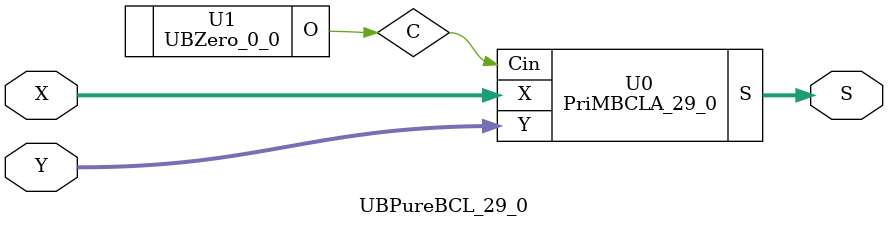
<source format=v>
/*----------------------------------------------------------------------------
  Copyright (c) 2021 Homma laboratory. All rights reserved.

  Top module: UBBCL_29_0_29_0

  Operand-1 length: 30
  Operand-2 length: 30
  Two-operand addition algorithm: Block carry look-ahead adder
----------------------------------------------------------------------------*/

module GPGenerator(Go, Po, A, B);
  output Go;
  output Po;
  input A;
  input B;
  assign Go = A & B;
  assign Po = A ^ B;
endmodule

module BCLAU_4(Go, Po, G, P, Cin);
  output Go;
  output Po;
  input Cin;
  input [3:0] G;
  input [3:0] P;
  assign Po = P[0] & P[1] & P[2] & P[3];
  assign Go = G[3] | ( P[3] & G[2] ) | ( P[3] & P[2] & G[1] ) | ( P[3] & P[2] & P[1] & G[0] );
endmodule

module BCLAlU_4(Go, Po, S, X, Y, Cin);
  output Go;
  output Po;
  output [3:0] S;
  input Cin;
  input [3:0] X;
  input [3:0] Y;
  wire [3:1] C;
  wire [3:0] G;
  wire [3:0] P;
  assign C[1] = G[0] | ( P[0] & Cin );
  assign C[2] = G[1] | ( P[1] & C[1] );
  assign C[3] = G[2] | ( P[2] & C[2] );
  assign S[0] = P[0] ^ Cin;
  assign S[1] = P[1] ^ C[1];
  assign S[2] = P[2] ^ C[2];
  assign S[3] = P[3] ^ C[3];
  GPGenerator U0 (G[0], P[0], X[0], Y[0]);
  GPGenerator U1 (G[1], P[1], X[1], Y[1]);
  GPGenerator U2 (G[2], P[2], X[2], Y[2]);
  GPGenerator U3 (G[3], P[3], X[3], Y[3]);
  BCLAU_4 U4 (Go, Po, G, P, Cin);
endmodule

module BCLAU_2(Go, Po, G, P, Cin);
  output Go;
  output Po;
  input Cin;
  input [1:0] G;
  input [1:0] P;
  assign Po = P[0] & P[1];
  assign Go = G[1] | ( P[1] & G[0] );
endmodule

module BCLAlU_2(Go, Po, S, X, Y, Cin);
  output Go;
  output Po;
  output [1:0] S;
  input Cin;
  input [1:0] X;
  input [1:0] Y;
  wire [1:1] C;
  wire [1:0] G;
  wire [1:0] P;
  assign C[1] = G[0] | ( P[0] & Cin );
  assign S[0] = P[0] ^ Cin;
  assign S[1] = P[1] ^ C[1];
  GPGenerator U0 (G[0], P[0], X[0], Y[0]);
  GPGenerator U1 (G[1], P[1], X[1], Y[1]);
  BCLAU_2 U2 (Go, Po, G, P, Cin);
endmodule

module PriMBCLA_29_0(S, X, Y, Cin);
  output [30:0] S;
  input Cin;
  input [29:0] X;
  input [29:0] Y;
  wire [7:0] C1;
  wire [1:0] C2;
  wire [7:0] G1;
  wire [1:0] G2;
  wire [7:0] P1;
  wire [1:0] P2;
  assign C1[0] = C2[0];
  assign C1[1] = G1[0] | ( P1[0] & C1[0] );
  assign C1[2] = G1[1] | ( P1[1] & C1[1] );
  assign C1[3] = G1[2] | ( P1[2] & C1[2] );
  assign C1[4] = C2[1];
  assign C1[5] = G1[4] | ( P1[4] & C1[4] );
  assign C1[6] = G1[5] | ( P1[5] & C1[5] );
  assign C1[7] = G1[6] | ( P1[6] & C1[6] );
  assign C2[0] = Cin;
  assign C2[1] = G2[0] | ( P2[0] & C2[0] );
  assign S[30] = G2[1] | ( P2[1] & C2[1] );
  BCLAlU_4 U0 (G1[0], P1[0], S[3:0], X[3:0], Y[3:0], C1[0]);
  BCLAlU_4 U1 (G1[1], P1[1], S[7:4], X[7:4], Y[7:4], C1[1]);
  BCLAlU_4 U2 (G1[2], P1[2], S[11:8], X[11:8], Y[11:8], C1[2]);
  BCLAlU_4 U3 (G1[3], P1[3], S[15:12], X[15:12], Y[15:12], C1[3]);
  BCLAlU_4 U4 (G1[4], P1[4], S[19:16], X[19:16], Y[19:16], C1[4]);
  BCLAlU_4 U5 (G1[5], P1[5], S[23:20], X[23:20], Y[23:20], C1[5]);
  BCLAlU_4 U6 (G1[6], P1[6], S[27:24], X[27:24], Y[27:24], C1[6]);
  BCLAlU_2 U7 (G1[7], P1[7], S[29:28], X[29:28], Y[29:28], C1[7]);
  BCLAU_4 U8 (G2[0], P2[0], G1[3:0], P1[3:0], C2[0]);
  BCLAU_4 U9 (G2[1], P2[1], G1[7:4], P1[7:4], C2[1]);
endmodule

module UBZero_0_0(O);
  output [0:0] O;
  assign O[0] = 0;
endmodule

module UBBCL_29_0_29_0 (S, X, Y);
  output [30:0] S;
  input [29:0] X;
  input [29:0] Y;
  UBPureBCL_29_0 U0 (S[30:0], X[29:0], Y[29:0]);
endmodule

module UBPureBCL_29_0 (S, X, Y);
  output [30:0] S;
  input [29:0] X;
  input [29:0] Y;
  wire C;
  PriMBCLA_29_0 U0 (S, X, Y, C);
  UBZero_0_0 U1 (C);
endmodule


</source>
